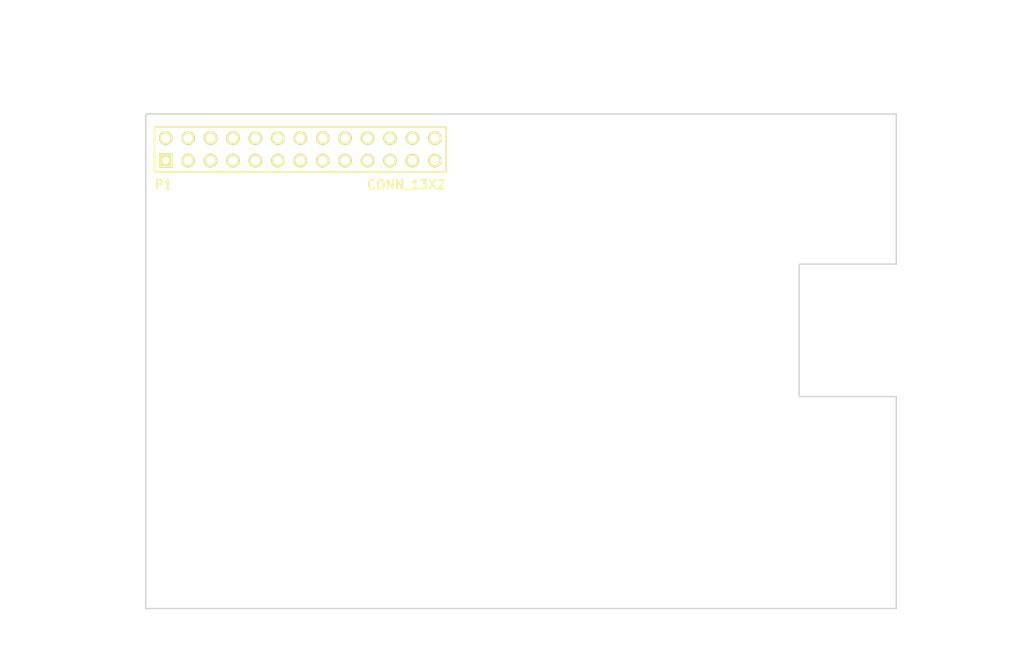
<source format=kicad_pcb>
(kicad_pcb (version 20221018) (generator pcbnew)
  (title_block (date "15 nov 2012"))
  (layers (0 "F.Cu" signal) (31 "B.Cu" signal) (34 "B.Paste" user) (35 "F.Paste" user) (36 "B.SilkS" user) (37 "F.SilkS" user) (38 "B.Mask" user) (39 "F.Mask" user) (44 "Edge.Cuts" user))
  (net 0 "")
  (net 1 "+3.3V")
  (net 2 "+5V")
  (net 3 "GND")
  (footprint "pin_array_13x2" (layer "F.Cu") (at 161 129)
    (fp_text reference "P1" (at -15.5 4) (layer "F.SilkS") (effects (font (size 1.016 1.016) (thickness 0.2032))))
    (fp_text value "CONN_13X2" (at 12 4) (layer "F.SilkS") (effects (font (size 1.016 1.016) (thickness 0.2032))))
    (fp_line (start -16.51 -2.54) (end -16.51 2.54) (stroke (width 0.2032)) (layer "F.SilkS"))
    (fp_line (start -16.51 2.54) (end 16.51 2.54) (stroke (width 0.2032)) (layer "F.SilkS"))
    (fp_line (start 16.51 -2.54) (end -16.51 -2.54) (stroke (width 0.2032)) (layer "F.SilkS"))
    (fp_line (start 16.51 2.54) (end 16.51 -2.54) (stroke (width 0.2032)) (layer "F.SilkS"))
    (pad "1" thru_hole rect (at -15.24 1.27) (size 1.524 1.524) (drill 0.8128) (layers "*.Cu" "*.Mask" "F.SilkS") (net 1 "+3.3V"))
    (pad "2" thru_hole circle (at -15.24 -1.27) (size 1.524 1.524) (drill 1.016) (layers "*.Cu" "*.Mask" "F.SilkS") (net 2 "+5V"))
    (pad "3" thru_hole circle (at -12.7 1.27) (size 1.524 1.524) (drill 1.016) (layers "*.Cu" "*.Mask" "F.SilkS"))
    (pad "4" thru_hole circle (at -12.7 -1.27) (size 1.524 1.524) (drill 1.016) (layers "*.Cu" "*.Mask" "F.SilkS"))
    (pad "5" thru_hole circle (at -10.16 1.27) (size 1.524 1.524) (drill 1.016) (layers "*.Cu" "*.Mask" "F.SilkS"))
    (pad "6" thru_hole circle (at -10.16 -1.27) (size 1.524 1.524) (drill 1.016) (layers "*.Cu" "*.Mask" "F.SilkS") (net 3 "GND"))
    (pad "7" thru_hole circle (at -7.62 1.27) (size 1.524 1.524) (drill 1.016) (layers "*.Cu" "*.Mask" "F.SilkS"))
    (pad "8" thru_hole circle (at -7.62 -1.27) (size 1.524 1.524) (drill 1.016) (layers "*.Cu" "*.Mask" "F.SilkS"))
    (pad "9" thru_hole circle (at -5.08 1.27) (size 1.524 1.524) (drill 1.016) (layers "*.Cu" "*.Mask" "F.SilkS"))
    (pad "10" thru_hole circle (at -5.08 -1.27) (size 1.524 1.524) (drill 1.016) (layers "*.Cu" "*.Mask" "F.SilkS"))
    (pad "11" thru_hole circle (at -2.54 1.27) (size 1.524 1.524) (drill 1.016) (layers "*.Cu" "*.Mask" "F.SilkS"))
    (pad "12" thru_hole circle (at -2.54 -1.27) (size 1.524 1.524) (drill 1.016) (layers "*.Cu" "*.Mask" "F.SilkS"))
    (pad "13" thru_hole circle (at 0 1.27) (size 1.524 1.524) (drill 1.016) (layers "*.Cu" "*.Mask" "F.SilkS"))
    (pad "14" thru_hole circle (at 0 -1.27) (size 1.524 1.524) (drill 1.016) (layers "*.Cu" "*.Mask" "F.SilkS"))
    (pad "15" thru_hole circle (at 2.54 1.27) (size 1.524 1.524) (drill 1.016) (layers "*.Cu" "*.Mask" "F.SilkS"))
    (pad "16" thru_hole circle (at 2.54 -1.27) (size 1.524 1.524) (drill 1.016) (layers "*.Cu" "*.Mask" "F.SilkS"))
    (pad "17" thru_hole circle (at 5.08 1.27) (size 1.524 1.524) (drill 1.016) (layers "*.Cu" "*.Mask" "F.SilkS"))
    (pad "18" thru_hole circle (at 5.08 -1.27) (size 1.524 1.524) (drill 1.016) (layers "*.Cu" "*.Mask" "F.SilkS"))
    (pad "19" thru_hole circle (at 7.62 1.27) (size 1.524 1.524) (drill 1.016) (layers "*.Cu" "*.Mask" "F.SilkS"))
    (pad "20" thru_hole circle (at 7.62 -1.27) (size 1.524 1.524) (drill 1.016) (layers "*.Cu" "*.Mask" "F.SilkS"))
    (pad "21" thru_hole circle (at 10.16 1.27) (size 1.524 1.524) (drill 1.016) (layers "*.Cu" "*.Mask" "F.SilkS"))
    (pad "22" thru_hole circle (at 10.16 -1.27) (size 1.524 1.524) (drill 1.016) (layers "*.Cu" "*.Mask" "F.SilkS"))
    (pad "23" thru_hole circle (at 12.7 1.27) (size 1.524 1.524) (drill 1.016) (layers "*.Cu" "*.Mask" "F.SilkS"))
    (pad "24" thru_hole circle (at 12.7 -1.27) (size 1.524 1.524) (drill 1.016) (layers "*.Cu" "*.Mask" "F.SilkS"))
    (pad "25" thru_hole circle (at 15.24 1.27) (size 1.524 1.524) (drill 1.016) (layers "*.Cu" "*.Mask" "F.SilkS"))
    (pad "26" thru_hole circle (at 15.24 -1.27) (size 1.524 1.524) (drill 1.016) (layers "*.Cu" "*.Mask" "F.SilkS"))
  )
  (gr_line (start 228.5 181) (end 228.5 157) (stroke (width 0.15)) (layer "Edge.Cuts"))
  (gr_line (start 217.5 157) (end 217.5 142) (stroke (width 0.15)) (layer "Edge.Cuts"))
  (gr_line (start 228.5 125) (end 143.5 125) (stroke (width 0.15)) (layer "Edge.Cuts"))
  (gr_line (start 228.5 157) (end 217.5 157) (stroke (width 0.15)) (layer "Edge.Cuts"))
  (gr_line (start 143.5 125) (end 143.5 181) (stroke (width 0.15)) (layer "Edge.Cuts"))
  (gr_line (start 228.5 142) (end 228.5 125) (stroke (width 0.15)) (layer "Edge.Cuts"))
  (gr_line (start 143.5 181) (end 228.5 181) (stroke (width 0.15)) (layer "Edge.Cuts"))
  (gr_line (start 217.5 142) (end 228.5 142) (stroke (width 0.15)) (layer "Edge.Cuts"))
)
</source>
